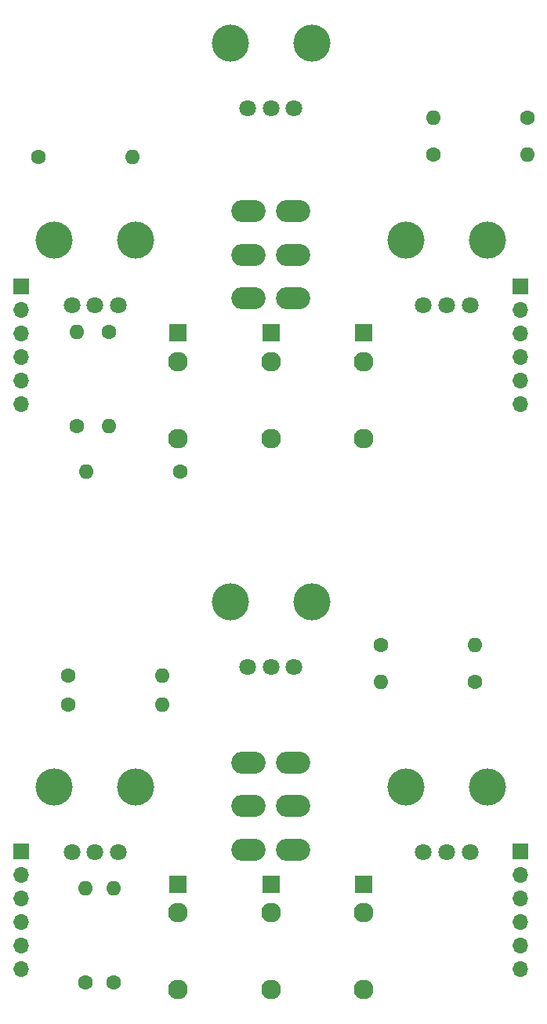
<source format=gts>
G04 #@! TF.GenerationSoftware,KiCad,Pcbnew,9.0.4-9.0.4-0~ubuntu22.04.1*
G04 #@! TF.CreationDate,2025-10-28T22:45:50+00:00*
G04 #@! TF.ProjectId,MS20-VCF,4d533230-2d56-4434-962e-6b696361645f,rev?*
G04 #@! TF.SameCoordinates,Original*
G04 #@! TF.FileFunction,Soldermask,Top*
G04 #@! TF.FilePolarity,Negative*
%FSLAX46Y46*%
G04 Gerber Fmt 4.6, Leading zero omitted, Abs format (unit mm)*
G04 Created by KiCad (PCBNEW 9.0.4-9.0.4-0~ubuntu22.04.1) date 2025-10-28 22:45:50*
%MOMM*%
%LPD*%
G01*
G04 APERTURE LIST*
%ADD10C,4.000000*%
%ADD11C,1.800000*%
%ADD12C,1.600000*%
%ADD13O,1.600000X1.600000*%
%ADD14O,3.700000X2.400000*%
%ADD15R,1.930000X1.830000*%
%ADD16C,2.130000*%
%ADD17R,1.700000X1.700000*%
%ADD18O,1.700000X1.700000*%
G04 APERTURE END LIST*
D10*
X101600000Y-64050000D03*
X110400000Y-64050000D03*
D11*
X103500000Y-71050000D03*
X106000000Y-71050000D03*
X108500000Y-71050000D03*
D10*
X120600000Y-42750000D03*
X129400000Y-42750000D03*
D11*
X122500000Y-49750000D03*
X125000000Y-49750000D03*
X127500000Y-49750000D03*
D12*
X104000000Y-84080000D03*
D13*
X104000000Y-73920000D03*
D12*
X99920000Y-55000000D03*
D13*
X110080000Y-55000000D03*
D12*
X142520000Y-54800000D03*
D13*
X152680000Y-54800000D03*
D12*
X152680000Y-50800000D03*
D13*
X142520000Y-50800000D03*
D12*
X107500000Y-73920000D03*
D13*
X107500000Y-84080000D03*
D12*
X115180000Y-89000000D03*
D13*
X105020000Y-89000000D03*
D12*
X105000000Y-144080000D03*
D13*
X105000000Y-133920000D03*
D12*
X108000000Y-144080000D03*
D13*
X108000000Y-133920000D03*
D10*
X139600000Y-64050000D03*
X148400000Y-64050000D03*
D11*
X141500000Y-71050000D03*
X144000000Y-71050000D03*
X146500000Y-71050000D03*
D14*
X122600000Y-60900000D03*
X122600000Y-65600000D03*
X122600000Y-70300000D03*
X127400000Y-60900000D03*
X127400000Y-65600000D03*
X127400000Y-70300000D03*
D12*
X103120000Y-111000000D03*
D13*
X113280000Y-111000000D03*
D12*
X147080000Y-111700000D03*
D13*
X136920000Y-111700000D03*
D12*
X136920000Y-107700000D03*
D13*
X147080000Y-107700000D03*
D12*
X103120000Y-114100000D03*
D13*
X113280000Y-114100000D03*
D14*
X122600000Y-120400000D03*
X122600000Y-125100000D03*
X122600000Y-129800000D03*
X127400000Y-120400000D03*
X127400000Y-125100000D03*
X127400000Y-129800000D03*
D10*
X139600000Y-123050000D03*
X148400000Y-123050000D03*
D11*
X141500000Y-130050000D03*
X144000000Y-130050000D03*
X146500000Y-130050000D03*
D10*
X101600000Y-123050000D03*
X110400000Y-123050000D03*
D11*
X103500000Y-130050000D03*
X106000000Y-130050000D03*
X108500000Y-130050000D03*
D10*
X120600000Y-103050000D03*
X129400000Y-103050000D03*
D11*
X122500000Y-110050000D03*
X125000000Y-110050000D03*
X127500000Y-110050000D03*
D15*
X125000000Y-133500000D03*
D16*
X125000000Y-144900000D03*
X125000000Y-136600000D03*
D15*
X115000000Y-133500000D03*
D16*
X115000000Y-144900000D03*
X115000000Y-136600000D03*
D15*
X125000000Y-74000000D03*
D16*
X125000000Y-85400000D03*
X125000000Y-77100000D03*
D15*
X135000000Y-133500000D03*
D16*
X135000000Y-144900000D03*
X135000000Y-136600000D03*
D15*
X135000000Y-74000000D03*
D16*
X135000000Y-85400000D03*
X135000000Y-77100000D03*
D15*
X115000000Y-74000000D03*
D16*
X115000000Y-85400000D03*
X115000000Y-77100000D03*
D17*
X98000000Y-69000000D03*
D18*
X98000000Y-71540000D03*
X98000000Y-74080000D03*
X98000000Y-76620000D03*
X98000000Y-79160000D03*
X98000000Y-81700000D03*
D17*
X152000000Y-69000000D03*
D18*
X152000000Y-71540000D03*
X152000000Y-74080000D03*
X152000000Y-76620000D03*
X152000000Y-79160000D03*
X152000000Y-81700000D03*
D17*
X98000000Y-130000000D03*
D18*
X98000000Y-132540000D03*
X98000000Y-135080000D03*
X98000000Y-137620000D03*
X98000000Y-140160000D03*
X98000000Y-142700000D03*
D17*
X152000000Y-130000000D03*
D18*
X152000000Y-132540000D03*
X152000000Y-135080000D03*
X152000000Y-137620000D03*
X152000000Y-140160000D03*
X152000000Y-142700000D03*
M02*

</source>
